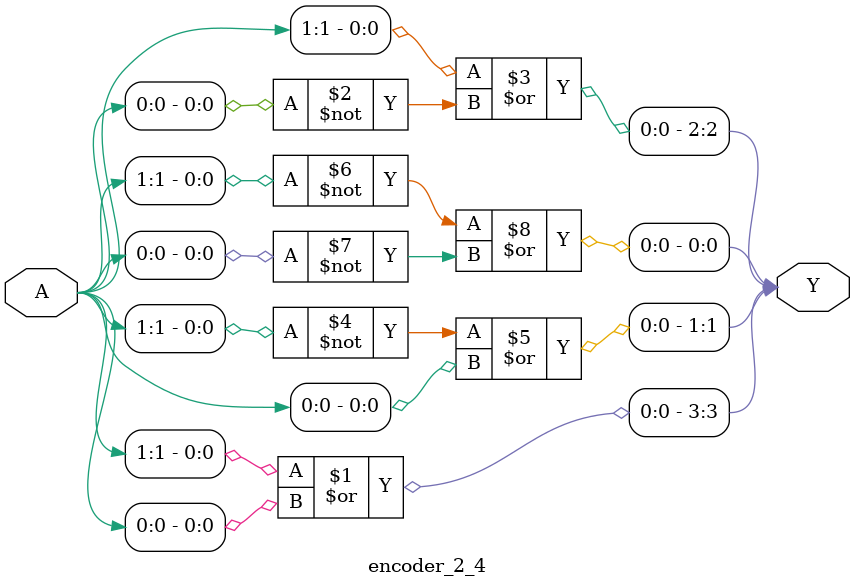
<source format=v>
`timescale 1ns / 1ps

`default_nettype none

module encoder_2_4(
    input wire [1:0] A,
    output wire [3:0] Y
    );

// 2-bit to 4-bit encoder
// Effective on low level
assign Y[3] = A[1] | A[0];
assign Y[2] = A[1] | ~A[0];
assign Y[1] = ~A[1] | A[0];
assign Y[0] = ~A[1] | ~A[0];

endmodule

</source>
